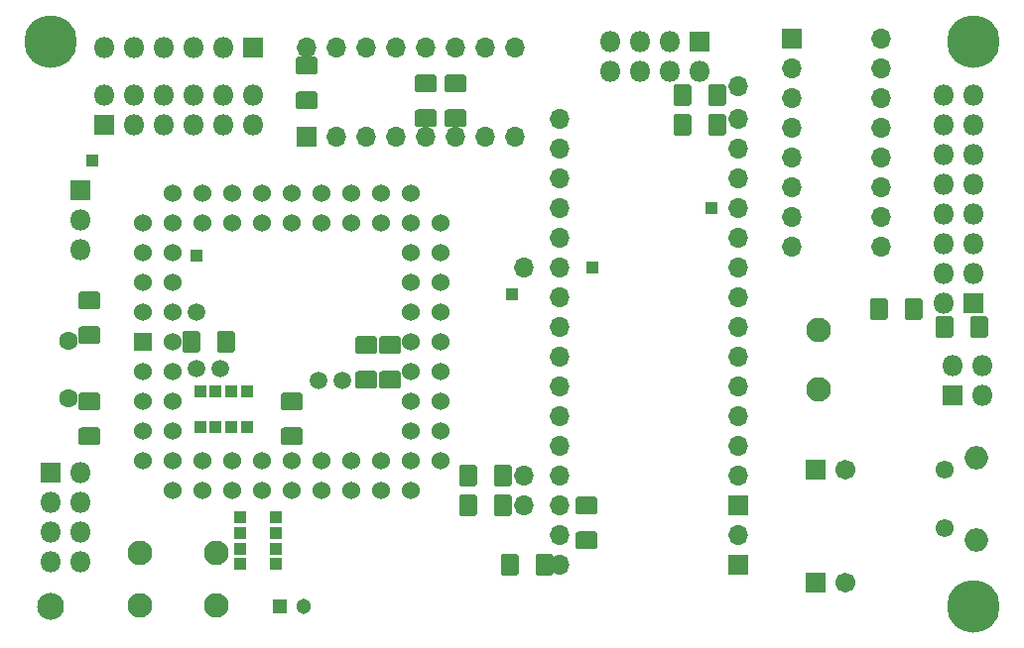
<source format=gbr>
%TF.GenerationSoftware,KiCad,Pcbnew,5.0.0-fee4fd1~66~ubuntu18.04.1*%
%TF.CreationDate,2018-09-09T22:09:21+02:00*%
%TF.ProjectId,z180,7A3138302E6B696361645F7063620000,0.1*%
%TF.SameCoordinates,Original*%
%TF.FileFunction,Soldermask,Bot*%
%TF.FilePolarity,Negative*%
%FSLAX46Y46*%
G04 Gerber Fmt 4.6, Leading zero omitted, Abs format (unit mm)*
G04 Created by KiCad (PCBNEW 5.0.0-fee4fd1~66~ubuntu18.04.1) date Sun Sep  9 22:09:21 2018*
%MOMM*%
%LPD*%
G01*
G04 APERTURE LIST*
%ADD10C,1.551600*%
%ADD11O,2.001600X2.001600*%
%ADD12R,1.001600X1.001600*%
%ADD13O,1.801600X1.801600*%
%ADD14R,1.801600X1.801600*%
%ADD15C,2.301600*%
%ADD16C,0.100000*%
%ADD17C,1.526600*%
%ADD18C,1.524000*%
%ADD19R,1.524000X1.524000*%
%ADD20O,1.701600X1.701600*%
%ADD21R,1.701600X1.701600*%
%ADD22C,0.801600*%
%ADD23C,4.501600*%
%ADD24C,2.101600*%
%ADD25C,1.701600*%
%ADD26C,1.301600*%
%ADD27R,1.301600X1.301600*%
%ADD28C,1.501600*%
%ADD29R,1.101600X1.101600*%
%ADD30C,1.601600*%
G04 APERTURE END LIST*
D10*
X117917500Y-61936000D03*
X117917500Y-56936000D03*
D11*
X120617500Y-62936000D03*
X120617500Y-55936000D03*
D12*
X57048000Y-53252500D03*
X58388000Y-53252500D03*
X54388000Y-53252500D03*
X55728000Y-53252500D03*
X57048000Y-50252500D03*
X55728000Y-50252500D03*
X58388000Y-50252500D03*
X54388000Y-50252500D03*
X57848500Y-63652000D03*
X57848500Y-64992000D03*
X57848500Y-60992000D03*
X57848500Y-62332000D03*
X60848500Y-63652000D03*
X60848500Y-62332000D03*
X60848500Y-64992000D03*
X60848500Y-60992000D03*
D13*
X44196000Y-64770000D03*
X41656000Y-64770000D03*
X44196000Y-62230000D03*
X41656000Y-62230000D03*
X44196000Y-59690000D03*
X41656000Y-59690000D03*
X44196000Y-57150000D03*
D14*
X41656000Y-57150000D03*
D15*
X41656000Y-68580000D03*
D16*
G36*
X45642226Y-53303490D02*
X45668225Y-53307346D01*
X45693720Y-53313732D01*
X45718467Y-53322587D01*
X45742227Y-53333824D01*
X45764771Y-53347337D01*
X45785881Y-53362993D01*
X45805356Y-53380644D01*
X45823007Y-53400119D01*
X45838663Y-53421229D01*
X45852176Y-53443773D01*
X45863413Y-53467533D01*
X45872268Y-53492280D01*
X45878654Y-53517775D01*
X45882510Y-53543774D01*
X45883800Y-53570025D01*
X45883800Y-54560975D01*
X45882510Y-54587226D01*
X45878654Y-54613225D01*
X45872268Y-54638720D01*
X45863413Y-54663467D01*
X45852176Y-54687227D01*
X45838663Y-54709771D01*
X45823007Y-54730881D01*
X45805356Y-54750356D01*
X45785881Y-54768007D01*
X45764771Y-54783663D01*
X45742227Y-54797176D01*
X45718467Y-54808413D01*
X45693720Y-54817268D01*
X45668225Y-54823654D01*
X45642226Y-54827510D01*
X45615975Y-54828800D01*
X44300025Y-54828800D01*
X44273774Y-54827510D01*
X44247775Y-54823654D01*
X44222280Y-54817268D01*
X44197533Y-54808413D01*
X44173773Y-54797176D01*
X44151229Y-54783663D01*
X44130119Y-54768007D01*
X44110644Y-54750356D01*
X44092993Y-54730881D01*
X44077337Y-54709771D01*
X44063824Y-54687227D01*
X44052587Y-54663467D01*
X44043732Y-54638720D01*
X44037346Y-54613225D01*
X44033490Y-54587226D01*
X44032200Y-54560975D01*
X44032200Y-53570025D01*
X44033490Y-53543774D01*
X44037346Y-53517775D01*
X44043732Y-53492280D01*
X44052587Y-53467533D01*
X44063824Y-53443773D01*
X44077337Y-53421229D01*
X44092993Y-53400119D01*
X44110644Y-53380644D01*
X44130119Y-53362993D01*
X44151229Y-53347337D01*
X44173773Y-53333824D01*
X44197533Y-53322587D01*
X44222280Y-53313732D01*
X44247775Y-53307346D01*
X44273774Y-53303490D01*
X44300025Y-53302200D01*
X45615975Y-53302200D01*
X45642226Y-53303490D01*
X45642226Y-53303490D01*
G37*
D17*
X44958000Y-54065500D03*
D16*
G36*
X45642226Y-50328490D02*
X45668225Y-50332346D01*
X45693720Y-50338732D01*
X45718467Y-50347587D01*
X45742227Y-50358824D01*
X45764771Y-50372337D01*
X45785881Y-50387993D01*
X45805356Y-50405644D01*
X45823007Y-50425119D01*
X45838663Y-50446229D01*
X45852176Y-50468773D01*
X45863413Y-50492533D01*
X45872268Y-50517280D01*
X45878654Y-50542775D01*
X45882510Y-50568774D01*
X45883800Y-50595025D01*
X45883800Y-51585975D01*
X45882510Y-51612226D01*
X45878654Y-51638225D01*
X45872268Y-51663720D01*
X45863413Y-51688467D01*
X45852176Y-51712227D01*
X45838663Y-51734771D01*
X45823007Y-51755881D01*
X45805356Y-51775356D01*
X45785881Y-51793007D01*
X45764771Y-51808663D01*
X45742227Y-51822176D01*
X45718467Y-51833413D01*
X45693720Y-51842268D01*
X45668225Y-51848654D01*
X45642226Y-51852510D01*
X45615975Y-51853800D01*
X44300025Y-51853800D01*
X44273774Y-51852510D01*
X44247775Y-51848654D01*
X44222280Y-51842268D01*
X44197533Y-51833413D01*
X44173773Y-51822176D01*
X44151229Y-51808663D01*
X44130119Y-51793007D01*
X44110644Y-51775356D01*
X44092993Y-51755881D01*
X44077337Y-51734771D01*
X44063824Y-51712227D01*
X44052587Y-51688467D01*
X44043732Y-51663720D01*
X44037346Y-51638225D01*
X44033490Y-51612226D01*
X44032200Y-51585975D01*
X44032200Y-50595025D01*
X44033490Y-50568774D01*
X44037346Y-50542775D01*
X44043732Y-50517280D01*
X44052587Y-50492533D01*
X44063824Y-50468773D01*
X44077337Y-50446229D01*
X44092993Y-50425119D01*
X44110644Y-50405644D01*
X44130119Y-50387993D01*
X44151229Y-50372337D01*
X44173773Y-50358824D01*
X44197533Y-50347587D01*
X44222280Y-50338732D01*
X44247775Y-50332346D01*
X44273774Y-50328490D01*
X44300025Y-50327200D01*
X45615975Y-50327200D01*
X45642226Y-50328490D01*
X45642226Y-50328490D01*
G37*
D17*
X44958000Y-51090500D03*
D13*
X44196000Y-38100000D03*
X44196000Y-35560000D03*
D14*
X44196000Y-33020000D03*
D13*
X117856000Y-24892000D03*
X120396000Y-24892000D03*
X117856000Y-27432000D03*
X120396000Y-27432000D03*
X117856000Y-29972000D03*
X120396000Y-29972000D03*
X117856000Y-32512000D03*
X120396000Y-32512000D03*
X117856000Y-35052000D03*
X120396000Y-35052000D03*
X117856000Y-37592000D03*
X120396000Y-37592000D03*
X117856000Y-40132000D03*
X120396000Y-40132000D03*
X117856000Y-42672000D03*
D14*
X120396000Y-42672000D03*
D13*
X46228000Y-20828000D03*
X48768000Y-20828000D03*
X51308000Y-20828000D03*
X53848000Y-20828000D03*
X56388000Y-20828000D03*
D14*
X58928000Y-20828000D03*
D16*
G36*
X115801226Y-42255490D02*
X115827225Y-42259346D01*
X115852720Y-42265732D01*
X115877467Y-42274587D01*
X115901227Y-42285824D01*
X115923771Y-42299337D01*
X115944881Y-42314993D01*
X115964356Y-42332644D01*
X115982007Y-42352119D01*
X115997663Y-42373229D01*
X116011176Y-42395773D01*
X116022413Y-42419533D01*
X116031268Y-42444280D01*
X116037654Y-42469775D01*
X116041510Y-42495774D01*
X116042800Y-42522025D01*
X116042800Y-43837975D01*
X116041510Y-43864226D01*
X116037654Y-43890225D01*
X116031268Y-43915720D01*
X116022413Y-43940467D01*
X116011176Y-43964227D01*
X115997663Y-43986771D01*
X115982007Y-44007881D01*
X115964356Y-44027356D01*
X115944881Y-44045007D01*
X115923771Y-44060663D01*
X115901227Y-44074176D01*
X115877467Y-44085413D01*
X115852720Y-44094268D01*
X115827225Y-44100654D01*
X115801226Y-44104510D01*
X115774975Y-44105800D01*
X114784025Y-44105800D01*
X114757774Y-44104510D01*
X114731775Y-44100654D01*
X114706280Y-44094268D01*
X114681533Y-44085413D01*
X114657773Y-44074176D01*
X114635229Y-44060663D01*
X114614119Y-44045007D01*
X114594644Y-44027356D01*
X114576993Y-44007881D01*
X114561337Y-43986771D01*
X114547824Y-43964227D01*
X114536587Y-43940467D01*
X114527732Y-43915720D01*
X114521346Y-43890225D01*
X114517490Y-43864226D01*
X114516200Y-43837975D01*
X114516200Y-42522025D01*
X114517490Y-42495774D01*
X114521346Y-42469775D01*
X114527732Y-42444280D01*
X114536587Y-42419533D01*
X114547824Y-42395773D01*
X114561337Y-42373229D01*
X114576993Y-42352119D01*
X114594644Y-42332644D01*
X114614119Y-42314993D01*
X114635229Y-42299337D01*
X114657773Y-42285824D01*
X114681533Y-42274587D01*
X114706280Y-42265732D01*
X114731775Y-42259346D01*
X114757774Y-42255490D01*
X114784025Y-42254200D01*
X115774975Y-42254200D01*
X115801226Y-42255490D01*
X115801226Y-42255490D01*
G37*
D17*
X115279500Y-43180000D03*
D16*
G36*
X112826226Y-42255490D02*
X112852225Y-42259346D01*
X112877720Y-42265732D01*
X112902467Y-42274587D01*
X112926227Y-42285824D01*
X112948771Y-42299337D01*
X112969881Y-42314993D01*
X112989356Y-42332644D01*
X113007007Y-42352119D01*
X113022663Y-42373229D01*
X113036176Y-42395773D01*
X113047413Y-42419533D01*
X113056268Y-42444280D01*
X113062654Y-42469775D01*
X113066510Y-42495774D01*
X113067800Y-42522025D01*
X113067800Y-43837975D01*
X113066510Y-43864226D01*
X113062654Y-43890225D01*
X113056268Y-43915720D01*
X113047413Y-43940467D01*
X113036176Y-43964227D01*
X113022663Y-43986771D01*
X113007007Y-44007881D01*
X112989356Y-44027356D01*
X112969881Y-44045007D01*
X112948771Y-44060663D01*
X112926227Y-44074176D01*
X112902467Y-44085413D01*
X112877720Y-44094268D01*
X112852225Y-44100654D01*
X112826226Y-44104510D01*
X112799975Y-44105800D01*
X111809025Y-44105800D01*
X111782774Y-44104510D01*
X111756775Y-44100654D01*
X111731280Y-44094268D01*
X111706533Y-44085413D01*
X111682773Y-44074176D01*
X111660229Y-44060663D01*
X111639119Y-44045007D01*
X111619644Y-44027356D01*
X111601993Y-44007881D01*
X111586337Y-43986771D01*
X111572824Y-43964227D01*
X111561587Y-43940467D01*
X111552732Y-43915720D01*
X111546346Y-43890225D01*
X111542490Y-43864226D01*
X111541200Y-43837975D01*
X111541200Y-42522025D01*
X111542490Y-42495774D01*
X111546346Y-42469775D01*
X111552732Y-42444280D01*
X111561587Y-42419533D01*
X111572824Y-42395773D01*
X111586337Y-42373229D01*
X111601993Y-42352119D01*
X111619644Y-42332644D01*
X111639119Y-42314993D01*
X111660229Y-42299337D01*
X111682773Y-42285824D01*
X111706533Y-42274587D01*
X111731280Y-42265732D01*
X111756775Y-42259346D01*
X111782774Y-42255490D01*
X111809025Y-42254200D01*
X112799975Y-42254200D01*
X112826226Y-42255490D01*
X112826226Y-42255490D01*
G37*
D17*
X112304500Y-43180000D03*
D18*
X52070000Y-33274000D03*
X54610000Y-33274000D03*
X57150000Y-33274000D03*
X59690000Y-33274000D03*
X62230000Y-33274000D03*
X64770000Y-33274000D03*
X67310000Y-33274000D03*
X69850000Y-33274000D03*
X49530000Y-35814000D03*
X54610000Y-35814000D03*
X57150000Y-35814000D03*
X59690000Y-35814000D03*
X62230000Y-35814000D03*
X64770000Y-35814000D03*
X67310000Y-35814000D03*
X69850000Y-35814000D03*
X72390000Y-35814000D03*
X74930000Y-35814000D03*
X74930000Y-38354000D03*
X74930000Y-40894000D03*
X74930000Y-43434000D03*
X74930000Y-45974000D03*
X74930000Y-48514000D03*
X74930000Y-51054000D03*
X74930000Y-53594000D03*
X74930000Y-56134000D03*
X72390000Y-33274000D03*
X72390000Y-38354000D03*
X72390000Y-40894000D03*
X72390000Y-43434000D03*
X72390000Y-45974000D03*
X72390000Y-48514000D03*
X72390000Y-51054000D03*
X72390000Y-53594000D03*
X72390000Y-56134000D03*
X72390000Y-58674000D03*
X69850000Y-58674000D03*
X67310000Y-58674000D03*
X64770000Y-58674000D03*
X62230000Y-58674000D03*
X59690000Y-58674000D03*
X57150000Y-58674000D03*
X54610000Y-58674000D03*
X52070000Y-58674000D03*
X69850000Y-56134000D03*
X67310000Y-56134000D03*
X64770000Y-56134000D03*
X62230000Y-56134000D03*
X59690000Y-56134000D03*
X57150000Y-56134000D03*
X54610000Y-56134000D03*
X52070000Y-56134000D03*
X49530000Y-38354000D03*
X49530000Y-40894000D03*
X49530000Y-43434000D03*
X49530000Y-56134000D03*
X49530000Y-53594000D03*
X49530000Y-51054000D03*
X49530000Y-48514000D03*
D19*
X49530000Y-45974000D03*
D18*
X52070000Y-35814000D03*
X52070000Y-38354000D03*
X52070000Y-40894000D03*
X52070000Y-43434000D03*
X52070000Y-53594000D03*
X52070000Y-51054000D03*
X52070000Y-48514000D03*
X52070000Y-45974000D03*
D13*
X89408000Y-22860000D03*
X89408000Y-20320000D03*
X91948000Y-22860000D03*
X91948000Y-20320000D03*
X94488000Y-22860000D03*
X94488000Y-20320000D03*
X97028000Y-22860000D03*
D14*
X97028000Y-20320000D03*
D20*
X85090000Y-65024000D03*
X100330000Y-26924000D03*
X85090000Y-62484000D03*
X100330000Y-29464000D03*
X85090000Y-59944000D03*
X100330000Y-32004000D03*
X85090000Y-57404000D03*
X100330000Y-34544000D03*
X85090000Y-54864000D03*
X100330000Y-37084000D03*
X85090000Y-52324000D03*
X100330000Y-39624000D03*
X85090000Y-49784000D03*
X100330000Y-42164000D03*
X85090000Y-47244000D03*
X100330000Y-44704000D03*
X85090000Y-44704000D03*
X100330000Y-47244000D03*
X85090000Y-42164000D03*
X100330000Y-49784000D03*
X85090000Y-39624000D03*
X100330000Y-52324000D03*
X85090000Y-37084000D03*
X100330000Y-54864000D03*
X85090000Y-34544000D03*
X100330000Y-57404000D03*
X85090000Y-32004000D03*
X100330000Y-59944000D03*
X85090000Y-29464000D03*
X100330000Y-62484000D03*
X85090000Y-26924000D03*
D21*
X100330000Y-65024000D03*
D20*
X63500000Y-20828000D03*
X81280000Y-28448000D03*
X66040000Y-20828000D03*
X78740000Y-28448000D03*
X68580000Y-20828000D03*
X76200000Y-28448000D03*
X71120000Y-20828000D03*
X73660000Y-28448000D03*
X73660000Y-20828000D03*
X71120000Y-28448000D03*
X76200000Y-20828000D03*
X68580000Y-28448000D03*
X78740000Y-20828000D03*
X66040000Y-28448000D03*
X81280000Y-20828000D03*
D21*
X63500000Y-28448000D03*
D22*
X121562726Y-19153274D03*
X120396000Y-18670000D03*
X119229274Y-19153274D03*
X118746000Y-20320000D03*
X119229274Y-21486726D03*
X120396000Y-21970000D03*
X121562726Y-21486726D03*
X122046000Y-20320000D03*
D23*
X120396000Y-20320000D03*
D16*
G36*
X81330226Y-64099490D02*
X81356225Y-64103346D01*
X81381720Y-64109732D01*
X81406467Y-64118587D01*
X81430227Y-64129824D01*
X81452771Y-64143337D01*
X81473881Y-64158993D01*
X81493356Y-64176644D01*
X81511007Y-64196119D01*
X81526663Y-64217229D01*
X81540176Y-64239773D01*
X81551413Y-64263533D01*
X81560268Y-64288280D01*
X81566654Y-64313775D01*
X81570510Y-64339774D01*
X81571800Y-64366025D01*
X81571800Y-65681975D01*
X81570510Y-65708226D01*
X81566654Y-65734225D01*
X81560268Y-65759720D01*
X81551413Y-65784467D01*
X81540176Y-65808227D01*
X81526663Y-65830771D01*
X81511007Y-65851881D01*
X81493356Y-65871356D01*
X81473881Y-65889007D01*
X81452771Y-65904663D01*
X81430227Y-65918176D01*
X81406467Y-65929413D01*
X81381720Y-65938268D01*
X81356225Y-65944654D01*
X81330226Y-65948510D01*
X81303975Y-65949800D01*
X80313025Y-65949800D01*
X80286774Y-65948510D01*
X80260775Y-65944654D01*
X80235280Y-65938268D01*
X80210533Y-65929413D01*
X80186773Y-65918176D01*
X80164229Y-65904663D01*
X80143119Y-65889007D01*
X80123644Y-65871356D01*
X80105993Y-65851881D01*
X80090337Y-65830771D01*
X80076824Y-65808227D01*
X80065587Y-65784467D01*
X80056732Y-65759720D01*
X80050346Y-65734225D01*
X80046490Y-65708226D01*
X80045200Y-65681975D01*
X80045200Y-64366025D01*
X80046490Y-64339774D01*
X80050346Y-64313775D01*
X80056732Y-64288280D01*
X80065587Y-64263533D01*
X80076824Y-64239773D01*
X80090337Y-64217229D01*
X80105993Y-64196119D01*
X80123644Y-64176644D01*
X80143119Y-64158993D01*
X80164229Y-64143337D01*
X80186773Y-64129824D01*
X80210533Y-64118587D01*
X80235280Y-64109732D01*
X80260775Y-64103346D01*
X80286774Y-64099490D01*
X80313025Y-64098200D01*
X81303975Y-64098200D01*
X81330226Y-64099490D01*
X81330226Y-64099490D01*
G37*
D17*
X80808500Y-65024000D03*
D16*
G36*
X84305226Y-64099490D02*
X84331225Y-64103346D01*
X84356720Y-64109732D01*
X84381467Y-64118587D01*
X84405227Y-64129824D01*
X84427771Y-64143337D01*
X84448881Y-64158993D01*
X84468356Y-64176644D01*
X84486007Y-64196119D01*
X84501663Y-64217229D01*
X84515176Y-64239773D01*
X84526413Y-64263533D01*
X84535268Y-64288280D01*
X84541654Y-64313775D01*
X84545510Y-64339774D01*
X84546800Y-64366025D01*
X84546800Y-65681975D01*
X84545510Y-65708226D01*
X84541654Y-65734225D01*
X84535268Y-65759720D01*
X84526413Y-65784467D01*
X84515176Y-65808227D01*
X84501663Y-65830771D01*
X84486007Y-65851881D01*
X84468356Y-65871356D01*
X84448881Y-65889007D01*
X84427771Y-65904663D01*
X84405227Y-65918176D01*
X84381467Y-65929413D01*
X84356720Y-65938268D01*
X84331225Y-65944654D01*
X84305226Y-65948510D01*
X84278975Y-65949800D01*
X83288025Y-65949800D01*
X83261774Y-65948510D01*
X83235775Y-65944654D01*
X83210280Y-65938268D01*
X83185533Y-65929413D01*
X83161773Y-65918176D01*
X83139229Y-65904663D01*
X83118119Y-65889007D01*
X83098644Y-65871356D01*
X83080993Y-65851881D01*
X83065337Y-65830771D01*
X83051824Y-65808227D01*
X83040587Y-65784467D01*
X83031732Y-65759720D01*
X83025346Y-65734225D01*
X83021490Y-65708226D01*
X83020200Y-65681975D01*
X83020200Y-64366025D01*
X83021490Y-64339774D01*
X83025346Y-64313775D01*
X83031732Y-64288280D01*
X83040587Y-64263533D01*
X83051824Y-64239773D01*
X83065337Y-64217229D01*
X83080993Y-64196119D01*
X83098644Y-64176644D01*
X83118119Y-64158993D01*
X83139229Y-64143337D01*
X83161773Y-64129824D01*
X83185533Y-64118587D01*
X83210280Y-64109732D01*
X83235775Y-64103346D01*
X83261774Y-64099490D01*
X83288025Y-64098200D01*
X84278975Y-64098200D01*
X84305226Y-64099490D01*
X84305226Y-64099490D01*
G37*
D17*
X83783500Y-65024000D03*
D16*
G36*
X80749226Y-56479490D02*
X80775225Y-56483346D01*
X80800720Y-56489732D01*
X80825467Y-56498587D01*
X80849227Y-56509824D01*
X80871771Y-56523337D01*
X80892881Y-56538993D01*
X80912356Y-56556644D01*
X80930007Y-56576119D01*
X80945663Y-56597229D01*
X80959176Y-56619773D01*
X80970413Y-56643533D01*
X80979268Y-56668280D01*
X80985654Y-56693775D01*
X80989510Y-56719774D01*
X80990800Y-56746025D01*
X80990800Y-58061975D01*
X80989510Y-58088226D01*
X80985654Y-58114225D01*
X80979268Y-58139720D01*
X80970413Y-58164467D01*
X80959176Y-58188227D01*
X80945663Y-58210771D01*
X80930007Y-58231881D01*
X80912356Y-58251356D01*
X80892881Y-58269007D01*
X80871771Y-58284663D01*
X80849227Y-58298176D01*
X80825467Y-58309413D01*
X80800720Y-58318268D01*
X80775225Y-58324654D01*
X80749226Y-58328510D01*
X80722975Y-58329800D01*
X79732025Y-58329800D01*
X79705774Y-58328510D01*
X79679775Y-58324654D01*
X79654280Y-58318268D01*
X79629533Y-58309413D01*
X79605773Y-58298176D01*
X79583229Y-58284663D01*
X79562119Y-58269007D01*
X79542644Y-58251356D01*
X79524993Y-58231881D01*
X79509337Y-58210771D01*
X79495824Y-58188227D01*
X79484587Y-58164467D01*
X79475732Y-58139720D01*
X79469346Y-58114225D01*
X79465490Y-58088226D01*
X79464200Y-58061975D01*
X79464200Y-56746025D01*
X79465490Y-56719774D01*
X79469346Y-56693775D01*
X79475732Y-56668280D01*
X79484587Y-56643533D01*
X79495824Y-56619773D01*
X79509337Y-56597229D01*
X79524993Y-56576119D01*
X79542644Y-56556644D01*
X79562119Y-56538993D01*
X79583229Y-56523337D01*
X79605773Y-56509824D01*
X79629533Y-56498587D01*
X79654280Y-56489732D01*
X79679775Y-56483346D01*
X79705774Y-56479490D01*
X79732025Y-56478200D01*
X80722975Y-56478200D01*
X80749226Y-56479490D01*
X80749226Y-56479490D01*
G37*
D17*
X80227500Y-57404000D03*
D16*
G36*
X77774226Y-56479490D02*
X77800225Y-56483346D01*
X77825720Y-56489732D01*
X77850467Y-56498587D01*
X77874227Y-56509824D01*
X77896771Y-56523337D01*
X77917881Y-56538993D01*
X77937356Y-56556644D01*
X77955007Y-56576119D01*
X77970663Y-56597229D01*
X77984176Y-56619773D01*
X77995413Y-56643533D01*
X78004268Y-56668280D01*
X78010654Y-56693775D01*
X78014510Y-56719774D01*
X78015800Y-56746025D01*
X78015800Y-58061975D01*
X78014510Y-58088226D01*
X78010654Y-58114225D01*
X78004268Y-58139720D01*
X77995413Y-58164467D01*
X77984176Y-58188227D01*
X77970663Y-58210771D01*
X77955007Y-58231881D01*
X77937356Y-58251356D01*
X77917881Y-58269007D01*
X77896771Y-58284663D01*
X77874227Y-58298176D01*
X77850467Y-58309413D01*
X77825720Y-58318268D01*
X77800225Y-58324654D01*
X77774226Y-58328510D01*
X77747975Y-58329800D01*
X76757025Y-58329800D01*
X76730774Y-58328510D01*
X76704775Y-58324654D01*
X76679280Y-58318268D01*
X76654533Y-58309413D01*
X76630773Y-58298176D01*
X76608229Y-58284663D01*
X76587119Y-58269007D01*
X76567644Y-58251356D01*
X76549993Y-58231881D01*
X76534337Y-58210771D01*
X76520824Y-58188227D01*
X76509587Y-58164467D01*
X76500732Y-58139720D01*
X76494346Y-58114225D01*
X76490490Y-58088226D01*
X76489200Y-58061975D01*
X76489200Y-56746025D01*
X76490490Y-56719774D01*
X76494346Y-56693775D01*
X76500732Y-56668280D01*
X76509587Y-56643533D01*
X76520824Y-56619773D01*
X76534337Y-56597229D01*
X76549993Y-56576119D01*
X76567644Y-56556644D01*
X76587119Y-56538993D01*
X76608229Y-56523337D01*
X76630773Y-56509824D01*
X76654533Y-56498587D01*
X76679280Y-56489732D01*
X76704775Y-56483346D01*
X76730774Y-56479490D01*
X76757025Y-56478200D01*
X77747975Y-56478200D01*
X77774226Y-56479490D01*
X77774226Y-56479490D01*
G37*
D17*
X77252500Y-57404000D03*
D22*
X42822726Y-19153274D03*
X41656000Y-18670000D03*
X40489274Y-19153274D03*
X40006000Y-20320000D03*
X40489274Y-21486726D03*
X41656000Y-21970000D03*
X42822726Y-21486726D03*
X43306000Y-20320000D03*
D23*
X41656000Y-20320000D03*
D24*
X107198000Y-44958000D03*
X107188000Y-50038000D03*
D25*
X109434000Y-66548000D03*
D21*
X106934000Y-66548000D03*
D20*
X82042000Y-59944000D03*
X100330000Y-24130000D03*
X82042000Y-57404000D03*
X100330000Y-29464000D03*
X85090000Y-54864000D03*
X100330000Y-32004000D03*
X85090000Y-52324000D03*
X100330000Y-34544000D03*
X85090000Y-49784000D03*
X100330000Y-37084000D03*
X85090000Y-47244000D03*
X100330000Y-39624000D03*
X85090000Y-44704000D03*
X100330000Y-42164000D03*
X85090000Y-42164000D03*
X100330000Y-44704000D03*
X82042000Y-39624000D03*
X100330000Y-47244000D03*
X85090000Y-37084000D03*
X100330000Y-49784000D03*
X85090000Y-34544000D03*
X100330000Y-52324000D03*
X85090000Y-32004000D03*
X100330000Y-54864000D03*
X85090000Y-29464000D03*
X100330000Y-57404000D03*
X85090000Y-26924000D03*
D21*
X100330000Y-59944000D03*
D22*
X121562726Y-67413274D03*
X120396000Y-66930000D03*
X119229274Y-67413274D03*
X118746000Y-68580000D03*
X119229274Y-69746726D03*
X120396000Y-70230000D03*
X121562726Y-69746726D03*
X122046000Y-68580000D03*
D23*
X120396000Y-68580000D03*
D20*
X112485500Y-20066000D03*
X104865500Y-37846000D03*
X112485500Y-22606000D03*
X104865500Y-35306000D03*
X112485500Y-25146000D03*
X104865500Y-32766000D03*
X112485500Y-27686000D03*
X104865500Y-30226000D03*
X112485500Y-30226000D03*
X104865500Y-27686000D03*
X112485500Y-32766000D03*
X104865500Y-25146000D03*
X112485500Y-35306000D03*
X104865500Y-22606000D03*
X112485500Y-37846000D03*
D21*
X104865500Y-20066000D03*
D26*
X63214000Y-68580000D03*
D27*
X61214000Y-68580000D03*
D16*
G36*
X57127226Y-45049490D02*
X57153225Y-45053346D01*
X57178720Y-45059732D01*
X57203467Y-45068587D01*
X57227227Y-45079824D01*
X57249771Y-45093337D01*
X57270881Y-45108993D01*
X57290356Y-45126644D01*
X57308007Y-45146119D01*
X57323663Y-45167229D01*
X57337176Y-45189773D01*
X57348413Y-45213533D01*
X57357268Y-45238280D01*
X57363654Y-45263775D01*
X57367510Y-45289774D01*
X57368800Y-45316025D01*
X57368800Y-46631975D01*
X57367510Y-46658226D01*
X57363654Y-46684225D01*
X57357268Y-46709720D01*
X57348413Y-46734467D01*
X57337176Y-46758227D01*
X57323663Y-46780771D01*
X57308007Y-46801881D01*
X57290356Y-46821356D01*
X57270881Y-46839007D01*
X57249771Y-46854663D01*
X57227227Y-46868176D01*
X57203467Y-46879413D01*
X57178720Y-46888268D01*
X57153225Y-46894654D01*
X57127226Y-46898510D01*
X57100975Y-46899800D01*
X56110025Y-46899800D01*
X56083774Y-46898510D01*
X56057775Y-46894654D01*
X56032280Y-46888268D01*
X56007533Y-46879413D01*
X55983773Y-46868176D01*
X55961229Y-46854663D01*
X55940119Y-46839007D01*
X55920644Y-46821356D01*
X55902993Y-46801881D01*
X55887337Y-46780771D01*
X55873824Y-46758227D01*
X55862587Y-46734467D01*
X55853732Y-46709720D01*
X55847346Y-46684225D01*
X55843490Y-46658226D01*
X55842200Y-46631975D01*
X55842200Y-45316025D01*
X55843490Y-45289774D01*
X55847346Y-45263775D01*
X55853732Y-45238280D01*
X55862587Y-45213533D01*
X55873824Y-45189773D01*
X55887337Y-45167229D01*
X55902993Y-45146119D01*
X55920644Y-45126644D01*
X55940119Y-45108993D01*
X55961229Y-45093337D01*
X55983773Y-45079824D01*
X56007533Y-45068587D01*
X56032280Y-45059732D01*
X56057775Y-45053346D01*
X56083774Y-45049490D01*
X56110025Y-45048200D01*
X57100975Y-45048200D01*
X57127226Y-45049490D01*
X57127226Y-45049490D01*
G37*
D17*
X56605500Y-45974000D03*
D16*
G36*
X54152226Y-45049490D02*
X54178225Y-45053346D01*
X54203720Y-45059732D01*
X54228467Y-45068587D01*
X54252227Y-45079824D01*
X54274771Y-45093337D01*
X54295881Y-45108993D01*
X54315356Y-45126644D01*
X54333007Y-45146119D01*
X54348663Y-45167229D01*
X54362176Y-45189773D01*
X54373413Y-45213533D01*
X54382268Y-45238280D01*
X54388654Y-45263775D01*
X54392510Y-45289774D01*
X54393800Y-45316025D01*
X54393800Y-46631975D01*
X54392510Y-46658226D01*
X54388654Y-46684225D01*
X54382268Y-46709720D01*
X54373413Y-46734467D01*
X54362176Y-46758227D01*
X54348663Y-46780771D01*
X54333007Y-46801881D01*
X54315356Y-46821356D01*
X54295881Y-46839007D01*
X54274771Y-46854663D01*
X54252227Y-46868176D01*
X54228467Y-46879413D01*
X54203720Y-46888268D01*
X54178225Y-46894654D01*
X54152226Y-46898510D01*
X54125975Y-46899800D01*
X53135025Y-46899800D01*
X53108774Y-46898510D01*
X53082775Y-46894654D01*
X53057280Y-46888268D01*
X53032533Y-46879413D01*
X53008773Y-46868176D01*
X52986229Y-46854663D01*
X52965119Y-46839007D01*
X52945644Y-46821356D01*
X52927993Y-46801881D01*
X52912337Y-46780771D01*
X52898824Y-46758227D01*
X52887587Y-46734467D01*
X52878732Y-46709720D01*
X52872346Y-46684225D01*
X52868490Y-46658226D01*
X52867200Y-46631975D01*
X52867200Y-45316025D01*
X52868490Y-45289774D01*
X52872346Y-45263775D01*
X52878732Y-45238280D01*
X52887587Y-45213533D01*
X52898824Y-45189773D01*
X52912337Y-45167229D01*
X52927993Y-45146119D01*
X52945644Y-45126644D01*
X52965119Y-45108993D01*
X52986229Y-45093337D01*
X53008773Y-45079824D01*
X53032533Y-45068587D01*
X53057280Y-45059732D01*
X53082775Y-45053346D01*
X53108774Y-45049490D01*
X53135025Y-45048200D01*
X54125975Y-45048200D01*
X54152226Y-45049490D01*
X54152226Y-45049490D01*
G37*
D17*
X53630500Y-45974000D03*
D25*
X109434000Y-56896000D03*
D21*
X106934000Y-56896000D03*
D13*
X58928000Y-24892000D03*
X58928000Y-27432000D03*
X56388000Y-24892000D03*
X56388000Y-27432000D03*
X53848000Y-24892000D03*
X53848000Y-27432000D03*
X51308000Y-24892000D03*
X51308000Y-27432000D03*
X48768000Y-24892000D03*
X48768000Y-27432000D03*
X46228000Y-24892000D03*
D14*
X46228000Y-27432000D03*
D16*
G36*
X64184226Y-21626490D02*
X64210225Y-21630346D01*
X64235720Y-21636732D01*
X64260467Y-21645587D01*
X64284227Y-21656824D01*
X64306771Y-21670337D01*
X64327881Y-21685993D01*
X64347356Y-21703644D01*
X64365007Y-21723119D01*
X64380663Y-21744229D01*
X64394176Y-21766773D01*
X64405413Y-21790533D01*
X64414268Y-21815280D01*
X64420654Y-21840775D01*
X64424510Y-21866774D01*
X64425800Y-21893025D01*
X64425800Y-22883975D01*
X64424510Y-22910226D01*
X64420654Y-22936225D01*
X64414268Y-22961720D01*
X64405413Y-22986467D01*
X64394176Y-23010227D01*
X64380663Y-23032771D01*
X64365007Y-23053881D01*
X64347356Y-23073356D01*
X64327881Y-23091007D01*
X64306771Y-23106663D01*
X64284227Y-23120176D01*
X64260467Y-23131413D01*
X64235720Y-23140268D01*
X64210225Y-23146654D01*
X64184226Y-23150510D01*
X64157975Y-23151800D01*
X62842025Y-23151800D01*
X62815774Y-23150510D01*
X62789775Y-23146654D01*
X62764280Y-23140268D01*
X62739533Y-23131413D01*
X62715773Y-23120176D01*
X62693229Y-23106663D01*
X62672119Y-23091007D01*
X62652644Y-23073356D01*
X62634993Y-23053881D01*
X62619337Y-23032771D01*
X62605824Y-23010227D01*
X62594587Y-22986467D01*
X62585732Y-22961720D01*
X62579346Y-22936225D01*
X62575490Y-22910226D01*
X62574200Y-22883975D01*
X62574200Y-21893025D01*
X62575490Y-21866774D01*
X62579346Y-21840775D01*
X62585732Y-21815280D01*
X62594587Y-21790533D01*
X62605824Y-21766773D01*
X62619337Y-21744229D01*
X62634993Y-21723119D01*
X62652644Y-21703644D01*
X62672119Y-21685993D01*
X62693229Y-21670337D01*
X62715773Y-21656824D01*
X62739533Y-21645587D01*
X62764280Y-21636732D01*
X62789775Y-21630346D01*
X62815774Y-21626490D01*
X62842025Y-21625200D01*
X64157975Y-21625200D01*
X64184226Y-21626490D01*
X64184226Y-21626490D01*
G37*
D17*
X63500000Y-22388500D03*
D16*
G36*
X64184226Y-24601490D02*
X64210225Y-24605346D01*
X64235720Y-24611732D01*
X64260467Y-24620587D01*
X64284227Y-24631824D01*
X64306771Y-24645337D01*
X64327881Y-24660993D01*
X64347356Y-24678644D01*
X64365007Y-24698119D01*
X64380663Y-24719229D01*
X64394176Y-24741773D01*
X64405413Y-24765533D01*
X64414268Y-24790280D01*
X64420654Y-24815775D01*
X64424510Y-24841774D01*
X64425800Y-24868025D01*
X64425800Y-25858975D01*
X64424510Y-25885226D01*
X64420654Y-25911225D01*
X64414268Y-25936720D01*
X64405413Y-25961467D01*
X64394176Y-25985227D01*
X64380663Y-26007771D01*
X64365007Y-26028881D01*
X64347356Y-26048356D01*
X64327881Y-26066007D01*
X64306771Y-26081663D01*
X64284227Y-26095176D01*
X64260467Y-26106413D01*
X64235720Y-26115268D01*
X64210225Y-26121654D01*
X64184226Y-26125510D01*
X64157975Y-26126800D01*
X62842025Y-26126800D01*
X62815774Y-26125510D01*
X62789775Y-26121654D01*
X62764280Y-26115268D01*
X62739533Y-26106413D01*
X62715773Y-26095176D01*
X62693229Y-26081663D01*
X62672119Y-26066007D01*
X62652644Y-26048356D01*
X62634993Y-26028881D01*
X62619337Y-26007771D01*
X62605824Y-25985227D01*
X62594587Y-25961467D01*
X62585732Y-25936720D01*
X62579346Y-25911225D01*
X62575490Y-25885226D01*
X62574200Y-25858975D01*
X62574200Y-24868025D01*
X62575490Y-24841774D01*
X62579346Y-24815775D01*
X62585732Y-24790280D01*
X62594587Y-24765533D01*
X62605824Y-24741773D01*
X62619337Y-24719229D01*
X62634993Y-24698119D01*
X62652644Y-24678644D01*
X62672119Y-24660993D01*
X62693229Y-24645337D01*
X62715773Y-24631824D01*
X62739533Y-24620587D01*
X62764280Y-24611732D01*
X62789775Y-24605346D01*
X62815774Y-24601490D01*
X62842025Y-24600200D01*
X64157975Y-24600200D01*
X64184226Y-24601490D01*
X64184226Y-24601490D01*
G37*
D17*
X63500000Y-25363500D03*
D28*
X54070000Y-43434000D03*
X52070000Y-43434000D03*
X66516000Y-49276000D03*
X64516000Y-49276000D03*
X56102000Y-48260000D03*
X54102000Y-48260000D03*
D29*
X87884000Y-39624000D03*
X98044000Y-34544000D03*
X81026000Y-41910000D03*
X54102000Y-38608000D03*
X45212000Y-30480000D03*
D16*
G36*
X88060226Y-59218490D02*
X88086225Y-59222346D01*
X88111720Y-59228732D01*
X88136467Y-59237587D01*
X88160227Y-59248824D01*
X88182771Y-59262337D01*
X88203881Y-59277993D01*
X88223356Y-59295644D01*
X88241007Y-59315119D01*
X88256663Y-59336229D01*
X88270176Y-59358773D01*
X88281413Y-59382533D01*
X88290268Y-59407280D01*
X88296654Y-59432775D01*
X88300510Y-59458774D01*
X88301800Y-59485025D01*
X88301800Y-60475975D01*
X88300510Y-60502226D01*
X88296654Y-60528225D01*
X88290268Y-60553720D01*
X88281413Y-60578467D01*
X88270176Y-60602227D01*
X88256663Y-60624771D01*
X88241007Y-60645881D01*
X88223356Y-60665356D01*
X88203881Y-60683007D01*
X88182771Y-60698663D01*
X88160227Y-60712176D01*
X88136467Y-60723413D01*
X88111720Y-60732268D01*
X88086225Y-60738654D01*
X88060226Y-60742510D01*
X88033975Y-60743800D01*
X86718025Y-60743800D01*
X86691774Y-60742510D01*
X86665775Y-60738654D01*
X86640280Y-60732268D01*
X86615533Y-60723413D01*
X86591773Y-60712176D01*
X86569229Y-60698663D01*
X86548119Y-60683007D01*
X86528644Y-60665356D01*
X86510993Y-60645881D01*
X86495337Y-60624771D01*
X86481824Y-60602227D01*
X86470587Y-60578467D01*
X86461732Y-60553720D01*
X86455346Y-60528225D01*
X86451490Y-60502226D01*
X86450200Y-60475975D01*
X86450200Y-59485025D01*
X86451490Y-59458774D01*
X86455346Y-59432775D01*
X86461732Y-59407280D01*
X86470587Y-59382533D01*
X86481824Y-59358773D01*
X86495337Y-59336229D01*
X86510993Y-59315119D01*
X86528644Y-59295644D01*
X86548119Y-59277993D01*
X86569229Y-59262337D01*
X86591773Y-59248824D01*
X86615533Y-59237587D01*
X86640280Y-59228732D01*
X86665775Y-59222346D01*
X86691774Y-59218490D01*
X86718025Y-59217200D01*
X88033975Y-59217200D01*
X88060226Y-59218490D01*
X88060226Y-59218490D01*
G37*
D17*
X87376000Y-59980500D03*
D16*
G36*
X88060226Y-62193490D02*
X88086225Y-62197346D01*
X88111720Y-62203732D01*
X88136467Y-62212587D01*
X88160227Y-62223824D01*
X88182771Y-62237337D01*
X88203881Y-62252993D01*
X88223356Y-62270644D01*
X88241007Y-62290119D01*
X88256663Y-62311229D01*
X88270176Y-62333773D01*
X88281413Y-62357533D01*
X88290268Y-62382280D01*
X88296654Y-62407775D01*
X88300510Y-62433774D01*
X88301800Y-62460025D01*
X88301800Y-63450975D01*
X88300510Y-63477226D01*
X88296654Y-63503225D01*
X88290268Y-63528720D01*
X88281413Y-63553467D01*
X88270176Y-63577227D01*
X88256663Y-63599771D01*
X88241007Y-63620881D01*
X88223356Y-63640356D01*
X88203881Y-63658007D01*
X88182771Y-63673663D01*
X88160227Y-63687176D01*
X88136467Y-63698413D01*
X88111720Y-63707268D01*
X88086225Y-63713654D01*
X88060226Y-63717510D01*
X88033975Y-63718800D01*
X86718025Y-63718800D01*
X86691774Y-63717510D01*
X86665775Y-63713654D01*
X86640280Y-63707268D01*
X86615533Y-63698413D01*
X86591773Y-63687176D01*
X86569229Y-63673663D01*
X86548119Y-63658007D01*
X86528644Y-63640356D01*
X86510993Y-63620881D01*
X86495337Y-63599771D01*
X86481824Y-63577227D01*
X86470587Y-63553467D01*
X86461732Y-63528720D01*
X86455346Y-63503225D01*
X86451490Y-63477226D01*
X86450200Y-63450975D01*
X86450200Y-62460025D01*
X86451490Y-62433774D01*
X86455346Y-62407775D01*
X86461732Y-62382280D01*
X86470587Y-62357533D01*
X86481824Y-62333773D01*
X86495337Y-62311229D01*
X86510993Y-62290119D01*
X86528644Y-62270644D01*
X86548119Y-62252993D01*
X86569229Y-62237337D01*
X86591773Y-62223824D01*
X86615533Y-62212587D01*
X86640280Y-62203732D01*
X86665775Y-62197346D01*
X86691774Y-62193490D01*
X86718025Y-62192200D01*
X88033975Y-62192200D01*
X88060226Y-62193490D01*
X88060226Y-62193490D01*
G37*
D17*
X87376000Y-62955500D03*
D16*
G36*
X74344226Y-23150490D02*
X74370225Y-23154346D01*
X74395720Y-23160732D01*
X74420467Y-23169587D01*
X74444227Y-23180824D01*
X74466771Y-23194337D01*
X74487881Y-23209993D01*
X74507356Y-23227644D01*
X74525007Y-23247119D01*
X74540663Y-23268229D01*
X74554176Y-23290773D01*
X74565413Y-23314533D01*
X74574268Y-23339280D01*
X74580654Y-23364775D01*
X74584510Y-23390774D01*
X74585800Y-23417025D01*
X74585800Y-24407975D01*
X74584510Y-24434226D01*
X74580654Y-24460225D01*
X74574268Y-24485720D01*
X74565413Y-24510467D01*
X74554176Y-24534227D01*
X74540663Y-24556771D01*
X74525007Y-24577881D01*
X74507356Y-24597356D01*
X74487881Y-24615007D01*
X74466771Y-24630663D01*
X74444227Y-24644176D01*
X74420467Y-24655413D01*
X74395720Y-24664268D01*
X74370225Y-24670654D01*
X74344226Y-24674510D01*
X74317975Y-24675800D01*
X73002025Y-24675800D01*
X72975774Y-24674510D01*
X72949775Y-24670654D01*
X72924280Y-24664268D01*
X72899533Y-24655413D01*
X72875773Y-24644176D01*
X72853229Y-24630663D01*
X72832119Y-24615007D01*
X72812644Y-24597356D01*
X72794993Y-24577881D01*
X72779337Y-24556771D01*
X72765824Y-24534227D01*
X72754587Y-24510467D01*
X72745732Y-24485720D01*
X72739346Y-24460225D01*
X72735490Y-24434226D01*
X72734200Y-24407975D01*
X72734200Y-23417025D01*
X72735490Y-23390774D01*
X72739346Y-23364775D01*
X72745732Y-23339280D01*
X72754587Y-23314533D01*
X72765824Y-23290773D01*
X72779337Y-23268229D01*
X72794993Y-23247119D01*
X72812644Y-23227644D01*
X72832119Y-23209993D01*
X72853229Y-23194337D01*
X72875773Y-23180824D01*
X72899533Y-23169587D01*
X72924280Y-23160732D01*
X72949775Y-23154346D01*
X72975774Y-23150490D01*
X73002025Y-23149200D01*
X74317975Y-23149200D01*
X74344226Y-23150490D01*
X74344226Y-23150490D01*
G37*
D17*
X73660000Y-23912500D03*
D16*
G36*
X74344226Y-26125490D02*
X74370225Y-26129346D01*
X74395720Y-26135732D01*
X74420467Y-26144587D01*
X74444227Y-26155824D01*
X74466771Y-26169337D01*
X74487881Y-26184993D01*
X74507356Y-26202644D01*
X74525007Y-26222119D01*
X74540663Y-26243229D01*
X74554176Y-26265773D01*
X74565413Y-26289533D01*
X74574268Y-26314280D01*
X74580654Y-26339775D01*
X74584510Y-26365774D01*
X74585800Y-26392025D01*
X74585800Y-27382975D01*
X74584510Y-27409226D01*
X74580654Y-27435225D01*
X74574268Y-27460720D01*
X74565413Y-27485467D01*
X74554176Y-27509227D01*
X74540663Y-27531771D01*
X74525007Y-27552881D01*
X74507356Y-27572356D01*
X74487881Y-27590007D01*
X74466771Y-27605663D01*
X74444227Y-27619176D01*
X74420467Y-27630413D01*
X74395720Y-27639268D01*
X74370225Y-27645654D01*
X74344226Y-27649510D01*
X74317975Y-27650800D01*
X73002025Y-27650800D01*
X72975774Y-27649510D01*
X72949775Y-27645654D01*
X72924280Y-27639268D01*
X72899533Y-27630413D01*
X72875773Y-27619176D01*
X72853229Y-27605663D01*
X72832119Y-27590007D01*
X72812644Y-27572356D01*
X72794993Y-27552881D01*
X72779337Y-27531771D01*
X72765824Y-27509227D01*
X72754587Y-27485467D01*
X72745732Y-27460720D01*
X72739346Y-27435225D01*
X72735490Y-27409226D01*
X72734200Y-27382975D01*
X72734200Y-26392025D01*
X72735490Y-26365774D01*
X72739346Y-26339775D01*
X72745732Y-26314280D01*
X72754587Y-26289533D01*
X72765824Y-26265773D01*
X72779337Y-26243229D01*
X72794993Y-26222119D01*
X72812644Y-26202644D01*
X72832119Y-26184993D01*
X72853229Y-26169337D01*
X72875773Y-26155824D01*
X72899533Y-26144587D01*
X72924280Y-26135732D01*
X72949775Y-26129346D01*
X72975774Y-26125490D01*
X73002025Y-26124200D01*
X74317975Y-26124200D01*
X74344226Y-26125490D01*
X74344226Y-26125490D01*
G37*
D17*
X73660000Y-26887500D03*
D16*
G36*
X76884226Y-26125490D02*
X76910225Y-26129346D01*
X76935720Y-26135732D01*
X76960467Y-26144587D01*
X76984227Y-26155824D01*
X77006771Y-26169337D01*
X77027881Y-26184993D01*
X77047356Y-26202644D01*
X77065007Y-26222119D01*
X77080663Y-26243229D01*
X77094176Y-26265773D01*
X77105413Y-26289533D01*
X77114268Y-26314280D01*
X77120654Y-26339775D01*
X77124510Y-26365774D01*
X77125800Y-26392025D01*
X77125800Y-27382975D01*
X77124510Y-27409226D01*
X77120654Y-27435225D01*
X77114268Y-27460720D01*
X77105413Y-27485467D01*
X77094176Y-27509227D01*
X77080663Y-27531771D01*
X77065007Y-27552881D01*
X77047356Y-27572356D01*
X77027881Y-27590007D01*
X77006771Y-27605663D01*
X76984227Y-27619176D01*
X76960467Y-27630413D01*
X76935720Y-27639268D01*
X76910225Y-27645654D01*
X76884226Y-27649510D01*
X76857975Y-27650800D01*
X75542025Y-27650800D01*
X75515774Y-27649510D01*
X75489775Y-27645654D01*
X75464280Y-27639268D01*
X75439533Y-27630413D01*
X75415773Y-27619176D01*
X75393229Y-27605663D01*
X75372119Y-27590007D01*
X75352644Y-27572356D01*
X75334993Y-27552881D01*
X75319337Y-27531771D01*
X75305824Y-27509227D01*
X75294587Y-27485467D01*
X75285732Y-27460720D01*
X75279346Y-27435225D01*
X75275490Y-27409226D01*
X75274200Y-27382975D01*
X75274200Y-26392025D01*
X75275490Y-26365774D01*
X75279346Y-26339775D01*
X75285732Y-26314280D01*
X75294587Y-26289533D01*
X75305824Y-26265773D01*
X75319337Y-26243229D01*
X75334993Y-26222119D01*
X75352644Y-26202644D01*
X75372119Y-26184993D01*
X75393229Y-26169337D01*
X75415773Y-26155824D01*
X75439533Y-26144587D01*
X75464280Y-26135732D01*
X75489775Y-26129346D01*
X75515774Y-26125490D01*
X75542025Y-26124200D01*
X76857975Y-26124200D01*
X76884226Y-26125490D01*
X76884226Y-26125490D01*
G37*
D17*
X76200000Y-26887500D03*
D16*
G36*
X76884226Y-23150490D02*
X76910225Y-23154346D01*
X76935720Y-23160732D01*
X76960467Y-23169587D01*
X76984227Y-23180824D01*
X77006771Y-23194337D01*
X77027881Y-23209993D01*
X77047356Y-23227644D01*
X77065007Y-23247119D01*
X77080663Y-23268229D01*
X77094176Y-23290773D01*
X77105413Y-23314533D01*
X77114268Y-23339280D01*
X77120654Y-23364775D01*
X77124510Y-23390774D01*
X77125800Y-23417025D01*
X77125800Y-24407975D01*
X77124510Y-24434226D01*
X77120654Y-24460225D01*
X77114268Y-24485720D01*
X77105413Y-24510467D01*
X77094176Y-24534227D01*
X77080663Y-24556771D01*
X77065007Y-24577881D01*
X77047356Y-24597356D01*
X77027881Y-24615007D01*
X77006771Y-24630663D01*
X76984227Y-24644176D01*
X76960467Y-24655413D01*
X76935720Y-24664268D01*
X76910225Y-24670654D01*
X76884226Y-24674510D01*
X76857975Y-24675800D01*
X75542025Y-24675800D01*
X75515774Y-24674510D01*
X75489775Y-24670654D01*
X75464280Y-24664268D01*
X75439533Y-24655413D01*
X75415773Y-24644176D01*
X75393229Y-24630663D01*
X75372119Y-24615007D01*
X75352644Y-24597356D01*
X75334993Y-24577881D01*
X75319337Y-24556771D01*
X75305824Y-24534227D01*
X75294587Y-24510467D01*
X75285732Y-24485720D01*
X75279346Y-24460225D01*
X75275490Y-24434226D01*
X75274200Y-24407975D01*
X75274200Y-23417025D01*
X75275490Y-23390774D01*
X75279346Y-23364775D01*
X75285732Y-23339280D01*
X75294587Y-23314533D01*
X75305824Y-23290773D01*
X75319337Y-23268229D01*
X75334993Y-23247119D01*
X75352644Y-23227644D01*
X75372119Y-23209993D01*
X75393229Y-23194337D01*
X75415773Y-23180824D01*
X75439533Y-23169587D01*
X75464280Y-23160732D01*
X75489775Y-23154346D01*
X75515774Y-23150490D01*
X75542025Y-23149200D01*
X76857975Y-23149200D01*
X76884226Y-23150490D01*
X76884226Y-23150490D01*
G37*
D17*
X76200000Y-23912500D03*
D24*
X55776000Y-64008000D03*
X55776000Y-68508000D03*
X49276000Y-64008000D03*
X49276000Y-68508000D03*
D16*
G36*
X62914226Y-50328490D02*
X62940225Y-50332346D01*
X62965720Y-50338732D01*
X62990467Y-50347587D01*
X63014227Y-50358824D01*
X63036771Y-50372337D01*
X63057881Y-50387993D01*
X63077356Y-50405644D01*
X63095007Y-50425119D01*
X63110663Y-50446229D01*
X63124176Y-50468773D01*
X63135413Y-50492533D01*
X63144268Y-50517280D01*
X63150654Y-50542775D01*
X63154510Y-50568774D01*
X63155800Y-50595025D01*
X63155800Y-51585975D01*
X63154510Y-51612226D01*
X63150654Y-51638225D01*
X63144268Y-51663720D01*
X63135413Y-51688467D01*
X63124176Y-51712227D01*
X63110663Y-51734771D01*
X63095007Y-51755881D01*
X63077356Y-51775356D01*
X63057881Y-51793007D01*
X63036771Y-51808663D01*
X63014227Y-51822176D01*
X62990467Y-51833413D01*
X62965720Y-51842268D01*
X62940225Y-51848654D01*
X62914226Y-51852510D01*
X62887975Y-51853800D01*
X61572025Y-51853800D01*
X61545774Y-51852510D01*
X61519775Y-51848654D01*
X61494280Y-51842268D01*
X61469533Y-51833413D01*
X61445773Y-51822176D01*
X61423229Y-51808663D01*
X61402119Y-51793007D01*
X61382644Y-51775356D01*
X61364993Y-51755881D01*
X61349337Y-51734771D01*
X61335824Y-51712227D01*
X61324587Y-51688467D01*
X61315732Y-51663720D01*
X61309346Y-51638225D01*
X61305490Y-51612226D01*
X61304200Y-51585975D01*
X61304200Y-50595025D01*
X61305490Y-50568774D01*
X61309346Y-50542775D01*
X61315732Y-50517280D01*
X61324587Y-50492533D01*
X61335824Y-50468773D01*
X61349337Y-50446229D01*
X61364993Y-50425119D01*
X61382644Y-50405644D01*
X61402119Y-50387993D01*
X61423229Y-50372337D01*
X61445773Y-50358824D01*
X61469533Y-50347587D01*
X61494280Y-50338732D01*
X61519775Y-50332346D01*
X61545774Y-50328490D01*
X61572025Y-50327200D01*
X62887975Y-50327200D01*
X62914226Y-50328490D01*
X62914226Y-50328490D01*
G37*
D17*
X62230000Y-51090500D03*
D16*
G36*
X62914226Y-53303490D02*
X62940225Y-53307346D01*
X62965720Y-53313732D01*
X62990467Y-53322587D01*
X63014227Y-53333824D01*
X63036771Y-53347337D01*
X63057881Y-53362993D01*
X63077356Y-53380644D01*
X63095007Y-53400119D01*
X63110663Y-53421229D01*
X63124176Y-53443773D01*
X63135413Y-53467533D01*
X63144268Y-53492280D01*
X63150654Y-53517775D01*
X63154510Y-53543774D01*
X63155800Y-53570025D01*
X63155800Y-54560975D01*
X63154510Y-54587226D01*
X63150654Y-54613225D01*
X63144268Y-54638720D01*
X63135413Y-54663467D01*
X63124176Y-54687227D01*
X63110663Y-54709771D01*
X63095007Y-54730881D01*
X63077356Y-54750356D01*
X63057881Y-54768007D01*
X63036771Y-54783663D01*
X63014227Y-54797176D01*
X62990467Y-54808413D01*
X62965720Y-54817268D01*
X62940225Y-54823654D01*
X62914226Y-54827510D01*
X62887975Y-54828800D01*
X61572025Y-54828800D01*
X61545774Y-54827510D01*
X61519775Y-54823654D01*
X61494280Y-54817268D01*
X61469533Y-54808413D01*
X61445773Y-54797176D01*
X61423229Y-54783663D01*
X61402119Y-54768007D01*
X61382644Y-54750356D01*
X61364993Y-54730881D01*
X61349337Y-54709771D01*
X61335824Y-54687227D01*
X61324587Y-54663467D01*
X61315732Y-54638720D01*
X61309346Y-54613225D01*
X61305490Y-54587226D01*
X61304200Y-54560975D01*
X61304200Y-53570025D01*
X61305490Y-53543774D01*
X61309346Y-53517775D01*
X61315732Y-53492280D01*
X61324587Y-53467533D01*
X61335824Y-53443773D01*
X61349337Y-53421229D01*
X61364993Y-53400119D01*
X61382644Y-53380644D01*
X61402119Y-53362993D01*
X61423229Y-53347337D01*
X61445773Y-53333824D01*
X61469533Y-53322587D01*
X61494280Y-53313732D01*
X61519775Y-53307346D01*
X61545774Y-53303490D01*
X61572025Y-53302200D01*
X62887975Y-53302200D01*
X62914226Y-53303490D01*
X62914226Y-53303490D01*
G37*
D17*
X62230000Y-54065500D03*
D16*
G36*
X96062226Y-23967490D02*
X96088225Y-23971346D01*
X96113720Y-23977732D01*
X96138467Y-23986587D01*
X96162227Y-23997824D01*
X96184771Y-24011337D01*
X96205881Y-24026993D01*
X96225356Y-24044644D01*
X96243007Y-24064119D01*
X96258663Y-24085229D01*
X96272176Y-24107773D01*
X96283413Y-24131533D01*
X96292268Y-24156280D01*
X96298654Y-24181775D01*
X96302510Y-24207774D01*
X96303800Y-24234025D01*
X96303800Y-25549975D01*
X96302510Y-25576226D01*
X96298654Y-25602225D01*
X96292268Y-25627720D01*
X96283413Y-25652467D01*
X96272176Y-25676227D01*
X96258663Y-25698771D01*
X96243007Y-25719881D01*
X96225356Y-25739356D01*
X96205881Y-25757007D01*
X96184771Y-25772663D01*
X96162227Y-25786176D01*
X96138467Y-25797413D01*
X96113720Y-25806268D01*
X96088225Y-25812654D01*
X96062226Y-25816510D01*
X96035975Y-25817800D01*
X95045025Y-25817800D01*
X95018774Y-25816510D01*
X94992775Y-25812654D01*
X94967280Y-25806268D01*
X94942533Y-25797413D01*
X94918773Y-25786176D01*
X94896229Y-25772663D01*
X94875119Y-25757007D01*
X94855644Y-25739356D01*
X94837993Y-25719881D01*
X94822337Y-25698771D01*
X94808824Y-25676227D01*
X94797587Y-25652467D01*
X94788732Y-25627720D01*
X94782346Y-25602225D01*
X94778490Y-25576226D01*
X94777200Y-25549975D01*
X94777200Y-24234025D01*
X94778490Y-24207774D01*
X94782346Y-24181775D01*
X94788732Y-24156280D01*
X94797587Y-24131533D01*
X94808824Y-24107773D01*
X94822337Y-24085229D01*
X94837993Y-24064119D01*
X94855644Y-24044644D01*
X94875119Y-24026993D01*
X94896229Y-24011337D01*
X94918773Y-23997824D01*
X94942533Y-23986587D01*
X94967280Y-23977732D01*
X94992775Y-23971346D01*
X95018774Y-23967490D01*
X95045025Y-23966200D01*
X96035975Y-23966200D01*
X96062226Y-23967490D01*
X96062226Y-23967490D01*
G37*
D17*
X95540500Y-24892000D03*
D16*
G36*
X99037226Y-23967490D02*
X99063225Y-23971346D01*
X99088720Y-23977732D01*
X99113467Y-23986587D01*
X99137227Y-23997824D01*
X99159771Y-24011337D01*
X99180881Y-24026993D01*
X99200356Y-24044644D01*
X99218007Y-24064119D01*
X99233663Y-24085229D01*
X99247176Y-24107773D01*
X99258413Y-24131533D01*
X99267268Y-24156280D01*
X99273654Y-24181775D01*
X99277510Y-24207774D01*
X99278800Y-24234025D01*
X99278800Y-25549975D01*
X99277510Y-25576226D01*
X99273654Y-25602225D01*
X99267268Y-25627720D01*
X99258413Y-25652467D01*
X99247176Y-25676227D01*
X99233663Y-25698771D01*
X99218007Y-25719881D01*
X99200356Y-25739356D01*
X99180881Y-25757007D01*
X99159771Y-25772663D01*
X99137227Y-25786176D01*
X99113467Y-25797413D01*
X99088720Y-25806268D01*
X99063225Y-25812654D01*
X99037226Y-25816510D01*
X99010975Y-25817800D01*
X98020025Y-25817800D01*
X97993774Y-25816510D01*
X97967775Y-25812654D01*
X97942280Y-25806268D01*
X97917533Y-25797413D01*
X97893773Y-25786176D01*
X97871229Y-25772663D01*
X97850119Y-25757007D01*
X97830644Y-25739356D01*
X97812993Y-25719881D01*
X97797337Y-25698771D01*
X97783824Y-25676227D01*
X97772587Y-25652467D01*
X97763732Y-25627720D01*
X97757346Y-25602225D01*
X97753490Y-25576226D01*
X97752200Y-25549975D01*
X97752200Y-24234025D01*
X97753490Y-24207774D01*
X97757346Y-24181775D01*
X97763732Y-24156280D01*
X97772587Y-24131533D01*
X97783824Y-24107773D01*
X97797337Y-24085229D01*
X97812993Y-24064119D01*
X97830644Y-24044644D01*
X97850119Y-24026993D01*
X97871229Y-24011337D01*
X97893773Y-23997824D01*
X97917533Y-23986587D01*
X97942280Y-23977732D01*
X97967775Y-23971346D01*
X97993774Y-23967490D01*
X98020025Y-23966200D01*
X99010975Y-23966200D01*
X99037226Y-23967490D01*
X99037226Y-23967490D01*
G37*
D17*
X98515500Y-24892000D03*
D16*
G36*
X96062226Y-26507490D02*
X96088225Y-26511346D01*
X96113720Y-26517732D01*
X96138467Y-26526587D01*
X96162227Y-26537824D01*
X96184771Y-26551337D01*
X96205881Y-26566993D01*
X96225356Y-26584644D01*
X96243007Y-26604119D01*
X96258663Y-26625229D01*
X96272176Y-26647773D01*
X96283413Y-26671533D01*
X96292268Y-26696280D01*
X96298654Y-26721775D01*
X96302510Y-26747774D01*
X96303800Y-26774025D01*
X96303800Y-28089975D01*
X96302510Y-28116226D01*
X96298654Y-28142225D01*
X96292268Y-28167720D01*
X96283413Y-28192467D01*
X96272176Y-28216227D01*
X96258663Y-28238771D01*
X96243007Y-28259881D01*
X96225356Y-28279356D01*
X96205881Y-28297007D01*
X96184771Y-28312663D01*
X96162227Y-28326176D01*
X96138467Y-28337413D01*
X96113720Y-28346268D01*
X96088225Y-28352654D01*
X96062226Y-28356510D01*
X96035975Y-28357800D01*
X95045025Y-28357800D01*
X95018774Y-28356510D01*
X94992775Y-28352654D01*
X94967280Y-28346268D01*
X94942533Y-28337413D01*
X94918773Y-28326176D01*
X94896229Y-28312663D01*
X94875119Y-28297007D01*
X94855644Y-28279356D01*
X94837993Y-28259881D01*
X94822337Y-28238771D01*
X94808824Y-28216227D01*
X94797587Y-28192467D01*
X94788732Y-28167720D01*
X94782346Y-28142225D01*
X94778490Y-28116226D01*
X94777200Y-28089975D01*
X94777200Y-26774025D01*
X94778490Y-26747774D01*
X94782346Y-26721775D01*
X94788732Y-26696280D01*
X94797587Y-26671533D01*
X94808824Y-26647773D01*
X94822337Y-26625229D01*
X94837993Y-26604119D01*
X94855644Y-26584644D01*
X94875119Y-26566993D01*
X94896229Y-26551337D01*
X94918773Y-26537824D01*
X94942533Y-26526587D01*
X94967280Y-26517732D01*
X94992775Y-26511346D01*
X95018774Y-26507490D01*
X95045025Y-26506200D01*
X96035975Y-26506200D01*
X96062226Y-26507490D01*
X96062226Y-26507490D01*
G37*
D17*
X95540500Y-27432000D03*
D16*
G36*
X99037226Y-26507490D02*
X99063225Y-26511346D01*
X99088720Y-26517732D01*
X99113467Y-26526587D01*
X99137227Y-26537824D01*
X99159771Y-26551337D01*
X99180881Y-26566993D01*
X99200356Y-26584644D01*
X99218007Y-26604119D01*
X99233663Y-26625229D01*
X99247176Y-26647773D01*
X99258413Y-26671533D01*
X99267268Y-26696280D01*
X99273654Y-26721775D01*
X99277510Y-26747774D01*
X99278800Y-26774025D01*
X99278800Y-28089975D01*
X99277510Y-28116226D01*
X99273654Y-28142225D01*
X99267268Y-28167720D01*
X99258413Y-28192467D01*
X99247176Y-28216227D01*
X99233663Y-28238771D01*
X99218007Y-28259881D01*
X99200356Y-28279356D01*
X99180881Y-28297007D01*
X99159771Y-28312663D01*
X99137227Y-28326176D01*
X99113467Y-28337413D01*
X99088720Y-28346268D01*
X99063225Y-28352654D01*
X99037226Y-28356510D01*
X99010975Y-28357800D01*
X98020025Y-28357800D01*
X97993774Y-28356510D01*
X97967775Y-28352654D01*
X97942280Y-28346268D01*
X97917533Y-28337413D01*
X97893773Y-28326176D01*
X97871229Y-28312663D01*
X97850119Y-28297007D01*
X97830644Y-28279356D01*
X97812993Y-28259881D01*
X97797337Y-28238771D01*
X97783824Y-28216227D01*
X97772587Y-28192467D01*
X97763732Y-28167720D01*
X97757346Y-28142225D01*
X97753490Y-28116226D01*
X97752200Y-28089975D01*
X97752200Y-26774025D01*
X97753490Y-26747774D01*
X97757346Y-26721775D01*
X97763732Y-26696280D01*
X97772587Y-26671533D01*
X97783824Y-26647773D01*
X97797337Y-26625229D01*
X97812993Y-26604119D01*
X97830644Y-26584644D01*
X97850119Y-26566993D01*
X97871229Y-26551337D01*
X97893773Y-26537824D01*
X97917533Y-26526587D01*
X97942280Y-26517732D01*
X97967775Y-26511346D01*
X97993774Y-26507490D01*
X98020025Y-26506200D01*
X99010975Y-26506200D01*
X99037226Y-26507490D01*
X99037226Y-26507490D01*
G37*
D17*
X98515500Y-27432000D03*
D13*
X121158000Y-48006000D03*
X121158000Y-50546000D03*
X118618000Y-48006000D03*
D14*
X118618000Y-50546000D03*
D16*
G36*
X45642226Y-41692490D02*
X45668225Y-41696346D01*
X45693720Y-41702732D01*
X45718467Y-41711587D01*
X45742227Y-41722824D01*
X45764771Y-41736337D01*
X45785881Y-41751993D01*
X45805356Y-41769644D01*
X45823007Y-41789119D01*
X45838663Y-41810229D01*
X45852176Y-41832773D01*
X45863413Y-41856533D01*
X45872268Y-41881280D01*
X45878654Y-41906775D01*
X45882510Y-41932774D01*
X45883800Y-41959025D01*
X45883800Y-42949975D01*
X45882510Y-42976226D01*
X45878654Y-43002225D01*
X45872268Y-43027720D01*
X45863413Y-43052467D01*
X45852176Y-43076227D01*
X45838663Y-43098771D01*
X45823007Y-43119881D01*
X45805356Y-43139356D01*
X45785881Y-43157007D01*
X45764771Y-43172663D01*
X45742227Y-43186176D01*
X45718467Y-43197413D01*
X45693720Y-43206268D01*
X45668225Y-43212654D01*
X45642226Y-43216510D01*
X45615975Y-43217800D01*
X44300025Y-43217800D01*
X44273774Y-43216510D01*
X44247775Y-43212654D01*
X44222280Y-43206268D01*
X44197533Y-43197413D01*
X44173773Y-43186176D01*
X44151229Y-43172663D01*
X44130119Y-43157007D01*
X44110644Y-43139356D01*
X44092993Y-43119881D01*
X44077337Y-43098771D01*
X44063824Y-43076227D01*
X44052587Y-43052467D01*
X44043732Y-43027720D01*
X44037346Y-43002225D01*
X44033490Y-42976226D01*
X44032200Y-42949975D01*
X44032200Y-41959025D01*
X44033490Y-41932774D01*
X44037346Y-41906775D01*
X44043732Y-41881280D01*
X44052587Y-41856533D01*
X44063824Y-41832773D01*
X44077337Y-41810229D01*
X44092993Y-41789119D01*
X44110644Y-41769644D01*
X44130119Y-41751993D01*
X44151229Y-41736337D01*
X44173773Y-41722824D01*
X44197533Y-41711587D01*
X44222280Y-41702732D01*
X44247775Y-41696346D01*
X44273774Y-41692490D01*
X44300025Y-41691200D01*
X45615975Y-41691200D01*
X45642226Y-41692490D01*
X45642226Y-41692490D01*
G37*
D17*
X44958000Y-42454500D03*
D16*
G36*
X45642226Y-44667490D02*
X45668225Y-44671346D01*
X45693720Y-44677732D01*
X45718467Y-44686587D01*
X45742227Y-44697824D01*
X45764771Y-44711337D01*
X45785881Y-44726993D01*
X45805356Y-44744644D01*
X45823007Y-44764119D01*
X45838663Y-44785229D01*
X45852176Y-44807773D01*
X45863413Y-44831533D01*
X45872268Y-44856280D01*
X45878654Y-44881775D01*
X45882510Y-44907774D01*
X45883800Y-44934025D01*
X45883800Y-45924975D01*
X45882510Y-45951226D01*
X45878654Y-45977225D01*
X45872268Y-46002720D01*
X45863413Y-46027467D01*
X45852176Y-46051227D01*
X45838663Y-46073771D01*
X45823007Y-46094881D01*
X45805356Y-46114356D01*
X45785881Y-46132007D01*
X45764771Y-46147663D01*
X45742227Y-46161176D01*
X45718467Y-46172413D01*
X45693720Y-46181268D01*
X45668225Y-46187654D01*
X45642226Y-46191510D01*
X45615975Y-46192800D01*
X44300025Y-46192800D01*
X44273774Y-46191510D01*
X44247775Y-46187654D01*
X44222280Y-46181268D01*
X44197533Y-46172413D01*
X44173773Y-46161176D01*
X44151229Y-46147663D01*
X44130119Y-46132007D01*
X44110644Y-46114356D01*
X44092993Y-46094881D01*
X44077337Y-46073771D01*
X44063824Y-46051227D01*
X44052587Y-46027467D01*
X44043732Y-46002720D01*
X44037346Y-45977225D01*
X44033490Y-45951226D01*
X44032200Y-45924975D01*
X44032200Y-44934025D01*
X44033490Y-44907774D01*
X44037346Y-44881775D01*
X44043732Y-44856280D01*
X44052587Y-44831533D01*
X44063824Y-44807773D01*
X44077337Y-44785229D01*
X44092993Y-44764119D01*
X44110644Y-44744644D01*
X44130119Y-44726993D01*
X44151229Y-44711337D01*
X44173773Y-44697824D01*
X44197533Y-44686587D01*
X44222280Y-44677732D01*
X44247775Y-44671346D01*
X44273774Y-44667490D01*
X44300025Y-44666200D01*
X45615975Y-44666200D01*
X45642226Y-44667490D01*
X45642226Y-44667490D01*
G37*
D17*
X44958000Y-45429500D03*
D16*
G36*
X121389226Y-43779490D02*
X121415225Y-43783346D01*
X121440720Y-43789732D01*
X121465467Y-43798587D01*
X121489227Y-43809824D01*
X121511771Y-43823337D01*
X121532881Y-43838993D01*
X121552356Y-43856644D01*
X121570007Y-43876119D01*
X121585663Y-43897229D01*
X121599176Y-43919773D01*
X121610413Y-43943533D01*
X121619268Y-43968280D01*
X121625654Y-43993775D01*
X121629510Y-44019774D01*
X121630800Y-44046025D01*
X121630800Y-45361975D01*
X121629510Y-45388226D01*
X121625654Y-45414225D01*
X121619268Y-45439720D01*
X121610413Y-45464467D01*
X121599176Y-45488227D01*
X121585663Y-45510771D01*
X121570007Y-45531881D01*
X121552356Y-45551356D01*
X121532881Y-45569007D01*
X121511771Y-45584663D01*
X121489227Y-45598176D01*
X121465467Y-45609413D01*
X121440720Y-45618268D01*
X121415225Y-45624654D01*
X121389226Y-45628510D01*
X121362975Y-45629800D01*
X120372025Y-45629800D01*
X120345774Y-45628510D01*
X120319775Y-45624654D01*
X120294280Y-45618268D01*
X120269533Y-45609413D01*
X120245773Y-45598176D01*
X120223229Y-45584663D01*
X120202119Y-45569007D01*
X120182644Y-45551356D01*
X120164993Y-45531881D01*
X120149337Y-45510771D01*
X120135824Y-45488227D01*
X120124587Y-45464467D01*
X120115732Y-45439720D01*
X120109346Y-45414225D01*
X120105490Y-45388226D01*
X120104200Y-45361975D01*
X120104200Y-44046025D01*
X120105490Y-44019774D01*
X120109346Y-43993775D01*
X120115732Y-43968280D01*
X120124587Y-43943533D01*
X120135824Y-43919773D01*
X120149337Y-43897229D01*
X120164993Y-43876119D01*
X120182644Y-43856644D01*
X120202119Y-43838993D01*
X120223229Y-43823337D01*
X120245773Y-43809824D01*
X120269533Y-43798587D01*
X120294280Y-43789732D01*
X120319775Y-43783346D01*
X120345774Y-43779490D01*
X120372025Y-43778200D01*
X121362975Y-43778200D01*
X121389226Y-43779490D01*
X121389226Y-43779490D01*
G37*
D17*
X120867500Y-44704000D03*
D16*
G36*
X118414226Y-43779490D02*
X118440225Y-43783346D01*
X118465720Y-43789732D01*
X118490467Y-43798587D01*
X118514227Y-43809824D01*
X118536771Y-43823337D01*
X118557881Y-43838993D01*
X118577356Y-43856644D01*
X118595007Y-43876119D01*
X118610663Y-43897229D01*
X118624176Y-43919773D01*
X118635413Y-43943533D01*
X118644268Y-43968280D01*
X118650654Y-43993775D01*
X118654510Y-44019774D01*
X118655800Y-44046025D01*
X118655800Y-45361975D01*
X118654510Y-45388226D01*
X118650654Y-45414225D01*
X118644268Y-45439720D01*
X118635413Y-45464467D01*
X118624176Y-45488227D01*
X118610663Y-45510771D01*
X118595007Y-45531881D01*
X118577356Y-45551356D01*
X118557881Y-45569007D01*
X118536771Y-45584663D01*
X118514227Y-45598176D01*
X118490467Y-45609413D01*
X118465720Y-45618268D01*
X118440225Y-45624654D01*
X118414226Y-45628510D01*
X118387975Y-45629800D01*
X117397025Y-45629800D01*
X117370774Y-45628510D01*
X117344775Y-45624654D01*
X117319280Y-45618268D01*
X117294533Y-45609413D01*
X117270773Y-45598176D01*
X117248229Y-45584663D01*
X117227119Y-45569007D01*
X117207644Y-45551356D01*
X117189993Y-45531881D01*
X117174337Y-45510771D01*
X117160824Y-45488227D01*
X117149587Y-45464467D01*
X117140732Y-45439720D01*
X117134346Y-45414225D01*
X117130490Y-45388226D01*
X117129200Y-45361975D01*
X117129200Y-44046025D01*
X117130490Y-44019774D01*
X117134346Y-43993775D01*
X117140732Y-43968280D01*
X117149587Y-43943533D01*
X117160824Y-43919773D01*
X117174337Y-43897229D01*
X117189993Y-43876119D01*
X117207644Y-43856644D01*
X117227119Y-43838993D01*
X117248229Y-43823337D01*
X117270773Y-43809824D01*
X117294533Y-43798587D01*
X117319280Y-43789732D01*
X117344775Y-43783346D01*
X117370774Y-43779490D01*
X117397025Y-43778200D01*
X118387975Y-43778200D01*
X118414226Y-43779490D01*
X118414226Y-43779490D01*
G37*
D17*
X117892500Y-44704000D03*
D30*
X43180000Y-45920000D03*
X43180000Y-50800000D03*
D16*
G36*
X77774226Y-59019490D02*
X77800225Y-59023346D01*
X77825720Y-59029732D01*
X77850467Y-59038587D01*
X77874227Y-59049824D01*
X77896771Y-59063337D01*
X77917881Y-59078993D01*
X77937356Y-59096644D01*
X77955007Y-59116119D01*
X77970663Y-59137229D01*
X77984176Y-59159773D01*
X77995413Y-59183533D01*
X78004268Y-59208280D01*
X78010654Y-59233775D01*
X78014510Y-59259774D01*
X78015800Y-59286025D01*
X78015800Y-60601975D01*
X78014510Y-60628226D01*
X78010654Y-60654225D01*
X78004268Y-60679720D01*
X77995413Y-60704467D01*
X77984176Y-60728227D01*
X77970663Y-60750771D01*
X77955007Y-60771881D01*
X77937356Y-60791356D01*
X77917881Y-60809007D01*
X77896771Y-60824663D01*
X77874227Y-60838176D01*
X77850467Y-60849413D01*
X77825720Y-60858268D01*
X77800225Y-60864654D01*
X77774226Y-60868510D01*
X77747975Y-60869800D01*
X76757025Y-60869800D01*
X76730774Y-60868510D01*
X76704775Y-60864654D01*
X76679280Y-60858268D01*
X76654533Y-60849413D01*
X76630773Y-60838176D01*
X76608229Y-60824663D01*
X76587119Y-60809007D01*
X76567644Y-60791356D01*
X76549993Y-60771881D01*
X76534337Y-60750771D01*
X76520824Y-60728227D01*
X76509587Y-60704467D01*
X76500732Y-60679720D01*
X76494346Y-60654225D01*
X76490490Y-60628226D01*
X76489200Y-60601975D01*
X76489200Y-59286025D01*
X76490490Y-59259774D01*
X76494346Y-59233775D01*
X76500732Y-59208280D01*
X76509587Y-59183533D01*
X76520824Y-59159773D01*
X76534337Y-59137229D01*
X76549993Y-59116119D01*
X76567644Y-59096644D01*
X76587119Y-59078993D01*
X76608229Y-59063337D01*
X76630773Y-59049824D01*
X76654533Y-59038587D01*
X76679280Y-59029732D01*
X76704775Y-59023346D01*
X76730774Y-59019490D01*
X76757025Y-59018200D01*
X77747975Y-59018200D01*
X77774226Y-59019490D01*
X77774226Y-59019490D01*
G37*
D17*
X77252500Y-59944000D03*
D16*
G36*
X80749226Y-59019490D02*
X80775225Y-59023346D01*
X80800720Y-59029732D01*
X80825467Y-59038587D01*
X80849227Y-59049824D01*
X80871771Y-59063337D01*
X80892881Y-59078993D01*
X80912356Y-59096644D01*
X80930007Y-59116119D01*
X80945663Y-59137229D01*
X80959176Y-59159773D01*
X80970413Y-59183533D01*
X80979268Y-59208280D01*
X80985654Y-59233775D01*
X80989510Y-59259774D01*
X80990800Y-59286025D01*
X80990800Y-60601975D01*
X80989510Y-60628226D01*
X80985654Y-60654225D01*
X80979268Y-60679720D01*
X80970413Y-60704467D01*
X80959176Y-60728227D01*
X80945663Y-60750771D01*
X80930007Y-60771881D01*
X80912356Y-60791356D01*
X80892881Y-60809007D01*
X80871771Y-60824663D01*
X80849227Y-60838176D01*
X80825467Y-60849413D01*
X80800720Y-60858268D01*
X80775225Y-60864654D01*
X80749226Y-60868510D01*
X80722975Y-60869800D01*
X79732025Y-60869800D01*
X79705774Y-60868510D01*
X79679775Y-60864654D01*
X79654280Y-60858268D01*
X79629533Y-60849413D01*
X79605773Y-60838176D01*
X79583229Y-60824663D01*
X79562119Y-60809007D01*
X79542644Y-60791356D01*
X79524993Y-60771881D01*
X79509337Y-60750771D01*
X79495824Y-60728227D01*
X79484587Y-60704467D01*
X79475732Y-60679720D01*
X79469346Y-60654225D01*
X79465490Y-60628226D01*
X79464200Y-60601975D01*
X79464200Y-59286025D01*
X79465490Y-59259774D01*
X79469346Y-59233775D01*
X79475732Y-59208280D01*
X79484587Y-59183533D01*
X79495824Y-59159773D01*
X79509337Y-59137229D01*
X79524993Y-59116119D01*
X79542644Y-59096644D01*
X79562119Y-59078993D01*
X79583229Y-59063337D01*
X79605773Y-59049824D01*
X79629533Y-59038587D01*
X79654280Y-59029732D01*
X79679775Y-59023346D01*
X79705774Y-59019490D01*
X79732025Y-59018200D01*
X80722975Y-59018200D01*
X80749226Y-59019490D01*
X80749226Y-59019490D01*
G37*
D17*
X80227500Y-59944000D03*
D16*
G36*
X71296226Y-45502490D02*
X71322225Y-45506346D01*
X71347720Y-45512732D01*
X71372467Y-45521587D01*
X71396227Y-45532824D01*
X71418771Y-45546337D01*
X71439881Y-45561993D01*
X71459356Y-45579644D01*
X71477007Y-45599119D01*
X71492663Y-45620229D01*
X71506176Y-45642773D01*
X71517413Y-45666533D01*
X71526268Y-45691280D01*
X71532654Y-45716775D01*
X71536510Y-45742774D01*
X71537800Y-45769025D01*
X71537800Y-46759975D01*
X71536510Y-46786226D01*
X71532654Y-46812225D01*
X71526268Y-46837720D01*
X71517413Y-46862467D01*
X71506176Y-46886227D01*
X71492663Y-46908771D01*
X71477007Y-46929881D01*
X71459356Y-46949356D01*
X71439881Y-46967007D01*
X71418771Y-46982663D01*
X71396227Y-46996176D01*
X71372467Y-47007413D01*
X71347720Y-47016268D01*
X71322225Y-47022654D01*
X71296226Y-47026510D01*
X71269975Y-47027800D01*
X69954025Y-47027800D01*
X69927774Y-47026510D01*
X69901775Y-47022654D01*
X69876280Y-47016268D01*
X69851533Y-47007413D01*
X69827773Y-46996176D01*
X69805229Y-46982663D01*
X69784119Y-46967007D01*
X69764644Y-46949356D01*
X69746993Y-46929881D01*
X69731337Y-46908771D01*
X69717824Y-46886227D01*
X69706587Y-46862467D01*
X69697732Y-46837720D01*
X69691346Y-46812225D01*
X69687490Y-46786226D01*
X69686200Y-46759975D01*
X69686200Y-45769025D01*
X69687490Y-45742774D01*
X69691346Y-45716775D01*
X69697732Y-45691280D01*
X69706587Y-45666533D01*
X69717824Y-45642773D01*
X69731337Y-45620229D01*
X69746993Y-45599119D01*
X69764644Y-45579644D01*
X69784119Y-45561993D01*
X69805229Y-45546337D01*
X69827773Y-45532824D01*
X69851533Y-45521587D01*
X69876280Y-45512732D01*
X69901775Y-45506346D01*
X69927774Y-45502490D01*
X69954025Y-45501200D01*
X71269975Y-45501200D01*
X71296226Y-45502490D01*
X71296226Y-45502490D01*
G37*
D17*
X70612000Y-46264500D03*
D16*
G36*
X71296226Y-48477490D02*
X71322225Y-48481346D01*
X71347720Y-48487732D01*
X71372467Y-48496587D01*
X71396227Y-48507824D01*
X71418771Y-48521337D01*
X71439881Y-48536993D01*
X71459356Y-48554644D01*
X71477007Y-48574119D01*
X71492663Y-48595229D01*
X71506176Y-48617773D01*
X71517413Y-48641533D01*
X71526268Y-48666280D01*
X71532654Y-48691775D01*
X71536510Y-48717774D01*
X71537800Y-48744025D01*
X71537800Y-49734975D01*
X71536510Y-49761226D01*
X71532654Y-49787225D01*
X71526268Y-49812720D01*
X71517413Y-49837467D01*
X71506176Y-49861227D01*
X71492663Y-49883771D01*
X71477007Y-49904881D01*
X71459356Y-49924356D01*
X71439881Y-49942007D01*
X71418771Y-49957663D01*
X71396227Y-49971176D01*
X71372467Y-49982413D01*
X71347720Y-49991268D01*
X71322225Y-49997654D01*
X71296226Y-50001510D01*
X71269975Y-50002800D01*
X69954025Y-50002800D01*
X69927774Y-50001510D01*
X69901775Y-49997654D01*
X69876280Y-49991268D01*
X69851533Y-49982413D01*
X69827773Y-49971176D01*
X69805229Y-49957663D01*
X69784119Y-49942007D01*
X69764644Y-49924356D01*
X69746993Y-49904881D01*
X69731337Y-49883771D01*
X69717824Y-49861227D01*
X69706587Y-49837467D01*
X69697732Y-49812720D01*
X69691346Y-49787225D01*
X69687490Y-49761226D01*
X69686200Y-49734975D01*
X69686200Y-48744025D01*
X69687490Y-48717774D01*
X69691346Y-48691775D01*
X69697732Y-48666280D01*
X69706587Y-48641533D01*
X69717824Y-48617773D01*
X69731337Y-48595229D01*
X69746993Y-48574119D01*
X69764644Y-48554644D01*
X69784119Y-48536993D01*
X69805229Y-48521337D01*
X69827773Y-48507824D01*
X69851533Y-48496587D01*
X69876280Y-48487732D01*
X69901775Y-48481346D01*
X69927774Y-48477490D01*
X69954025Y-48476200D01*
X71269975Y-48476200D01*
X71296226Y-48477490D01*
X71296226Y-48477490D01*
G37*
D17*
X70612000Y-49239500D03*
D16*
G36*
X69264226Y-45502490D02*
X69290225Y-45506346D01*
X69315720Y-45512732D01*
X69340467Y-45521587D01*
X69364227Y-45532824D01*
X69386771Y-45546337D01*
X69407881Y-45561993D01*
X69427356Y-45579644D01*
X69445007Y-45599119D01*
X69460663Y-45620229D01*
X69474176Y-45642773D01*
X69485413Y-45666533D01*
X69494268Y-45691280D01*
X69500654Y-45716775D01*
X69504510Y-45742774D01*
X69505800Y-45769025D01*
X69505800Y-46759975D01*
X69504510Y-46786226D01*
X69500654Y-46812225D01*
X69494268Y-46837720D01*
X69485413Y-46862467D01*
X69474176Y-46886227D01*
X69460663Y-46908771D01*
X69445007Y-46929881D01*
X69427356Y-46949356D01*
X69407881Y-46967007D01*
X69386771Y-46982663D01*
X69364227Y-46996176D01*
X69340467Y-47007413D01*
X69315720Y-47016268D01*
X69290225Y-47022654D01*
X69264226Y-47026510D01*
X69237975Y-47027800D01*
X67922025Y-47027800D01*
X67895774Y-47026510D01*
X67869775Y-47022654D01*
X67844280Y-47016268D01*
X67819533Y-47007413D01*
X67795773Y-46996176D01*
X67773229Y-46982663D01*
X67752119Y-46967007D01*
X67732644Y-46949356D01*
X67714993Y-46929881D01*
X67699337Y-46908771D01*
X67685824Y-46886227D01*
X67674587Y-46862467D01*
X67665732Y-46837720D01*
X67659346Y-46812225D01*
X67655490Y-46786226D01*
X67654200Y-46759975D01*
X67654200Y-45769025D01*
X67655490Y-45742774D01*
X67659346Y-45716775D01*
X67665732Y-45691280D01*
X67674587Y-45666533D01*
X67685824Y-45642773D01*
X67699337Y-45620229D01*
X67714993Y-45599119D01*
X67732644Y-45579644D01*
X67752119Y-45561993D01*
X67773229Y-45546337D01*
X67795773Y-45532824D01*
X67819533Y-45521587D01*
X67844280Y-45512732D01*
X67869775Y-45506346D01*
X67895774Y-45502490D01*
X67922025Y-45501200D01*
X69237975Y-45501200D01*
X69264226Y-45502490D01*
X69264226Y-45502490D01*
G37*
D17*
X68580000Y-46264500D03*
D16*
G36*
X69264226Y-48477490D02*
X69290225Y-48481346D01*
X69315720Y-48487732D01*
X69340467Y-48496587D01*
X69364227Y-48507824D01*
X69386771Y-48521337D01*
X69407881Y-48536993D01*
X69427356Y-48554644D01*
X69445007Y-48574119D01*
X69460663Y-48595229D01*
X69474176Y-48617773D01*
X69485413Y-48641533D01*
X69494268Y-48666280D01*
X69500654Y-48691775D01*
X69504510Y-48717774D01*
X69505800Y-48744025D01*
X69505800Y-49734975D01*
X69504510Y-49761226D01*
X69500654Y-49787225D01*
X69494268Y-49812720D01*
X69485413Y-49837467D01*
X69474176Y-49861227D01*
X69460663Y-49883771D01*
X69445007Y-49904881D01*
X69427356Y-49924356D01*
X69407881Y-49942007D01*
X69386771Y-49957663D01*
X69364227Y-49971176D01*
X69340467Y-49982413D01*
X69315720Y-49991268D01*
X69290225Y-49997654D01*
X69264226Y-50001510D01*
X69237975Y-50002800D01*
X67922025Y-50002800D01*
X67895774Y-50001510D01*
X67869775Y-49997654D01*
X67844280Y-49991268D01*
X67819533Y-49982413D01*
X67795773Y-49971176D01*
X67773229Y-49957663D01*
X67752119Y-49942007D01*
X67732644Y-49924356D01*
X67714993Y-49904881D01*
X67699337Y-49883771D01*
X67685824Y-49861227D01*
X67674587Y-49837467D01*
X67665732Y-49812720D01*
X67659346Y-49787225D01*
X67655490Y-49761226D01*
X67654200Y-49734975D01*
X67654200Y-48744025D01*
X67655490Y-48717774D01*
X67659346Y-48691775D01*
X67665732Y-48666280D01*
X67674587Y-48641533D01*
X67685824Y-48617773D01*
X67699337Y-48595229D01*
X67714993Y-48574119D01*
X67732644Y-48554644D01*
X67752119Y-48536993D01*
X67773229Y-48521337D01*
X67795773Y-48507824D01*
X67819533Y-48496587D01*
X67844280Y-48487732D01*
X67869775Y-48481346D01*
X67895774Y-48477490D01*
X67922025Y-48476200D01*
X69237975Y-48476200D01*
X69264226Y-48477490D01*
X69264226Y-48477490D01*
G37*
D17*
X68580000Y-49239500D03*
M02*

</source>
